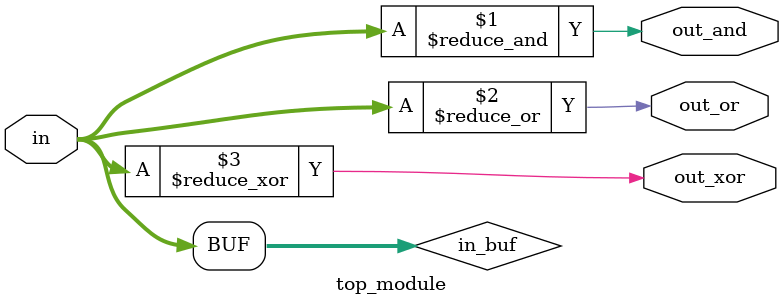
<source format=sv>
module top_module (
    input [99:0] in,
    output out_and,
    output out_or,
    output out_xor
);

wire [99:0] in_buf;

assign in_buf = in;

assign out_and = &in_buf;
assign out_or = |in_buf;
assign out_xor = ^in_buf;

endmodule

</source>
